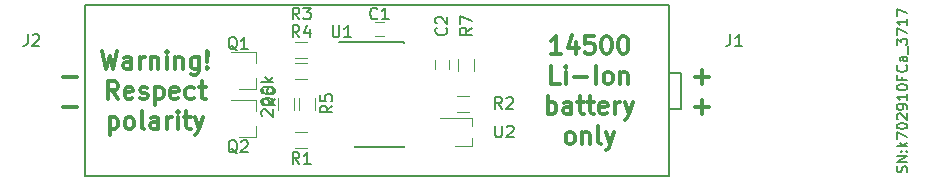
<source format=gto>
G04 #@! TF.FileFunction,Legend,Top*
%FSLAX46Y46*%
G04 Gerber Fmt 4.6, Leading zero omitted, Abs format (unit mm)*
G04 Created by KiCad (PCBNEW 4.0.7-e2-6376~58~ubuntu16.04.1) date Tue Sep 12 22:43:55 2017*
%MOMM*%
%LPD*%
G01*
G04 APERTURE LIST*
%ADD10C,0.100000*%
%ADD11C,0.300000*%
%ADD12C,0.203200*%
%ADD13C,0.200000*%
%ADD14C,0.120000*%
%ADD15C,0.150000*%
G04 APERTURE END LIST*
D10*
D11*
X117214286Y-90628571D02*
X117571429Y-92128571D01*
X117857143Y-91057143D01*
X118142857Y-92128571D01*
X118500000Y-90628571D01*
X119714286Y-92128571D02*
X119714286Y-91342857D01*
X119642857Y-91200000D01*
X119500000Y-91128571D01*
X119214286Y-91128571D01*
X119071429Y-91200000D01*
X119714286Y-92057143D02*
X119571429Y-92128571D01*
X119214286Y-92128571D01*
X119071429Y-92057143D01*
X119000000Y-91914286D01*
X119000000Y-91771429D01*
X119071429Y-91628571D01*
X119214286Y-91557143D01*
X119571429Y-91557143D01*
X119714286Y-91485714D01*
X120428572Y-92128571D02*
X120428572Y-91128571D01*
X120428572Y-91414286D02*
X120500000Y-91271429D01*
X120571429Y-91200000D01*
X120714286Y-91128571D01*
X120857143Y-91128571D01*
X121357143Y-91128571D02*
X121357143Y-92128571D01*
X121357143Y-91271429D02*
X121428571Y-91200000D01*
X121571429Y-91128571D01*
X121785714Y-91128571D01*
X121928571Y-91200000D01*
X122000000Y-91342857D01*
X122000000Y-92128571D01*
X122714286Y-92128571D02*
X122714286Y-91128571D01*
X122714286Y-90628571D02*
X122642857Y-90700000D01*
X122714286Y-90771429D01*
X122785714Y-90700000D01*
X122714286Y-90628571D01*
X122714286Y-90771429D01*
X123428572Y-91128571D02*
X123428572Y-92128571D01*
X123428572Y-91271429D02*
X123500000Y-91200000D01*
X123642858Y-91128571D01*
X123857143Y-91128571D01*
X124000000Y-91200000D01*
X124071429Y-91342857D01*
X124071429Y-92128571D01*
X125428572Y-91128571D02*
X125428572Y-92342857D01*
X125357143Y-92485714D01*
X125285715Y-92557143D01*
X125142858Y-92628571D01*
X124928572Y-92628571D01*
X124785715Y-92557143D01*
X125428572Y-92057143D02*
X125285715Y-92128571D01*
X125000001Y-92128571D01*
X124857143Y-92057143D01*
X124785715Y-91985714D01*
X124714286Y-91842857D01*
X124714286Y-91414286D01*
X124785715Y-91271429D01*
X124857143Y-91200000D01*
X125000001Y-91128571D01*
X125285715Y-91128571D01*
X125428572Y-91200000D01*
X126142858Y-91985714D02*
X126214286Y-92057143D01*
X126142858Y-92128571D01*
X126071429Y-92057143D01*
X126142858Y-91985714D01*
X126142858Y-92128571D01*
X126142858Y-91557143D02*
X126071429Y-90700000D01*
X126142858Y-90628571D01*
X126214286Y-90700000D01*
X126142858Y-91557143D01*
X126142858Y-90628571D01*
X118571429Y-94678571D02*
X118071429Y-93964286D01*
X117714286Y-94678571D02*
X117714286Y-93178571D01*
X118285714Y-93178571D01*
X118428572Y-93250000D01*
X118500000Y-93321429D01*
X118571429Y-93464286D01*
X118571429Y-93678571D01*
X118500000Y-93821429D01*
X118428572Y-93892857D01*
X118285714Y-93964286D01*
X117714286Y-93964286D01*
X119785714Y-94607143D02*
X119642857Y-94678571D01*
X119357143Y-94678571D01*
X119214286Y-94607143D01*
X119142857Y-94464286D01*
X119142857Y-93892857D01*
X119214286Y-93750000D01*
X119357143Y-93678571D01*
X119642857Y-93678571D01*
X119785714Y-93750000D01*
X119857143Y-93892857D01*
X119857143Y-94035714D01*
X119142857Y-94178571D01*
X120428571Y-94607143D02*
X120571428Y-94678571D01*
X120857143Y-94678571D01*
X121000000Y-94607143D01*
X121071428Y-94464286D01*
X121071428Y-94392857D01*
X121000000Y-94250000D01*
X120857143Y-94178571D01*
X120642857Y-94178571D01*
X120500000Y-94107143D01*
X120428571Y-93964286D01*
X120428571Y-93892857D01*
X120500000Y-93750000D01*
X120642857Y-93678571D01*
X120857143Y-93678571D01*
X121000000Y-93750000D01*
X121714286Y-93678571D02*
X121714286Y-95178571D01*
X121714286Y-93750000D02*
X121857143Y-93678571D01*
X122142857Y-93678571D01*
X122285714Y-93750000D01*
X122357143Y-93821429D01*
X122428572Y-93964286D01*
X122428572Y-94392857D01*
X122357143Y-94535714D01*
X122285714Y-94607143D01*
X122142857Y-94678571D01*
X121857143Y-94678571D01*
X121714286Y-94607143D01*
X123642857Y-94607143D02*
X123500000Y-94678571D01*
X123214286Y-94678571D01*
X123071429Y-94607143D01*
X123000000Y-94464286D01*
X123000000Y-93892857D01*
X123071429Y-93750000D01*
X123214286Y-93678571D01*
X123500000Y-93678571D01*
X123642857Y-93750000D01*
X123714286Y-93892857D01*
X123714286Y-94035714D01*
X123000000Y-94178571D01*
X125000000Y-94607143D02*
X124857143Y-94678571D01*
X124571429Y-94678571D01*
X124428571Y-94607143D01*
X124357143Y-94535714D01*
X124285714Y-94392857D01*
X124285714Y-93964286D01*
X124357143Y-93821429D01*
X124428571Y-93750000D01*
X124571429Y-93678571D01*
X124857143Y-93678571D01*
X125000000Y-93750000D01*
X125428571Y-93678571D02*
X126000000Y-93678571D01*
X125642857Y-93178571D02*
X125642857Y-94464286D01*
X125714285Y-94607143D01*
X125857143Y-94678571D01*
X126000000Y-94678571D01*
X117857143Y-96228571D02*
X117857143Y-97728571D01*
X117857143Y-96300000D02*
X118000000Y-96228571D01*
X118285714Y-96228571D01*
X118428571Y-96300000D01*
X118500000Y-96371429D01*
X118571429Y-96514286D01*
X118571429Y-96942857D01*
X118500000Y-97085714D01*
X118428571Y-97157143D01*
X118285714Y-97228571D01*
X118000000Y-97228571D01*
X117857143Y-97157143D01*
X119428572Y-97228571D02*
X119285714Y-97157143D01*
X119214286Y-97085714D01*
X119142857Y-96942857D01*
X119142857Y-96514286D01*
X119214286Y-96371429D01*
X119285714Y-96300000D01*
X119428572Y-96228571D01*
X119642857Y-96228571D01*
X119785714Y-96300000D01*
X119857143Y-96371429D01*
X119928572Y-96514286D01*
X119928572Y-96942857D01*
X119857143Y-97085714D01*
X119785714Y-97157143D01*
X119642857Y-97228571D01*
X119428572Y-97228571D01*
X120785715Y-97228571D02*
X120642857Y-97157143D01*
X120571429Y-97014286D01*
X120571429Y-95728571D01*
X122000000Y-97228571D02*
X122000000Y-96442857D01*
X121928571Y-96300000D01*
X121785714Y-96228571D01*
X121500000Y-96228571D01*
X121357143Y-96300000D01*
X122000000Y-97157143D02*
X121857143Y-97228571D01*
X121500000Y-97228571D01*
X121357143Y-97157143D01*
X121285714Y-97014286D01*
X121285714Y-96871429D01*
X121357143Y-96728571D01*
X121500000Y-96657143D01*
X121857143Y-96657143D01*
X122000000Y-96585714D01*
X122714286Y-97228571D02*
X122714286Y-96228571D01*
X122714286Y-96514286D02*
X122785714Y-96371429D01*
X122857143Y-96300000D01*
X123000000Y-96228571D01*
X123142857Y-96228571D01*
X123642857Y-97228571D02*
X123642857Y-96228571D01*
X123642857Y-95728571D02*
X123571428Y-95800000D01*
X123642857Y-95871429D01*
X123714285Y-95800000D01*
X123642857Y-95728571D01*
X123642857Y-95871429D01*
X124142857Y-96228571D02*
X124714286Y-96228571D01*
X124357143Y-95728571D02*
X124357143Y-97014286D01*
X124428571Y-97157143D01*
X124571429Y-97228571D01*
X124714286Y-97228571D01*
X125071429Y-96228571D02*
X125428572Y-97228571D01*
X125785714Y-96228571D02*
X125428572Y-97228571D01*
X125285714Y-97585714D01*
X125214286Y-97657143D01*
X125071429Y-97728571D01*
D12*
X185349552Y-100888237D02*
X185390676Y-100764865D01*
X185390676Y-100559246D01*
X185349552Y-100476999D01*
X185308429Y-100435875D01*
X185226181Y-100394751D01*
X185143933Y-100394751D01*
X185061686Y-100435875D01*
X185020562Y-100476999D01*
X184979438Y-100559246D01*
X184938314Y-100723742D01*
X184897190Y-100805989D01*
X184856067Y-100847113D01*
X184773819Y-100888237D01*
X184691571Y-100888237D01*
X184609324Y-100847113D01*
X184568200Y-100805989D01*
X184527076Y-100723742D01*
X184527076Y-100518122D01*
X184568200Y-100394751D01*
X185390676Y-100024637D02*
X184527076Y-100024637D01*
X185390676Y-99531151D01*
X184527076Y-99531151D01*
X185308429Y-99119913D02*
X185349552Y-99078789D01*
X185390676Y-99119913D01*
X185349552Y-99161037D01*
X185308429Y-99119913D01*
X185390676Y-99119913D01*
X184856067Y-99119913D02*
X184897190Y-99078789D01*
X184938314Y-99119913D01*
X184897190Y-99161037D01*
X184856067Y-99119913D01*
X184938314Y-99119913D01*
X185390676Y-98708675D02*
X184527076Y-98708675D01*
X185061686Y-98626427D02*
X185390676Y-98379684D01*
X184814943Y-98379684D02*
X185143933Y-98708675D01*
X184527076Y-98091818D02*
X184527076Y-97516084D01*
X185390676Y-97886199D01*
X184527076Y-97022599D02*
X184527076Y-96940351D01*
X184568200Y-96858103D01*
X184609324Y-96816980D01*
X184691571Y-96775856D01*
X184856067Y-96734732D01*
X185061686Y-96734732D01*
X185226181Y-96775856D01*
X185308429Y-96816980D01*
X185349552Y-96858103D01*
X185390676Y-96940351D01*
X185390676Y-97022599D01*
X185349552Y-97104846D01*
X185308429Y-97145970D01*
X185226181Y-97187094D01*
X185061686Y-97228218D01*
X184856067Y-97228218D01*
X184691571Y-97187094D01*
X184609324Y-97145970D01*
X184568200Y-97104846D01*
X184527076Y-97022599D01*
X184609324Y-96405742D02*
X184568200Y-96364618D01*
X184527076Y-96282370D01*
X184527076Y-96076751D01*
X184568200Y-95994504D01*
X184609324Y-95953380D01*
X184691571Y-95912256D01*
X184773819Y-95912256D01*
X184897190Y-95953380D01*
X185390676Y-96446866D01*
X185390676Y-95912256D01*
X185390676Y-95501018D02*
X185390676Y-95336523D01*
X185349552Y-95254275D01*
X185308429Y-95213151D01*
X185185057Y-95130904D01*
X185020562Y-95089780D01*
X184691571Y-95089780D01*
X184609324Y-95130904D01*
X184568200Y-95172028D01*
X184527076Y-95254275D01*
X184527076Y-95418771D01*
X184568200Y-95501018D01*
X184609324Y-95542142D01*
X184691571Y-95583266D01*
X184897190Y-95583266D01*
X184979438Y-95542142D01*
X185020562Y-95501018D01*
X185061686Y-95418771D01*
X185061686Y-95254275D01*
X185020562Y-95172028D01*
X184979438Y-95130904D01*
X184897190Y-95089780D01*
X185390676Y-94267304D02*
X185390676Y-94760790D01*
X185390676Y-94514047D02*
X184527076Y-94514047D01*
X184650448Y-94596295D01*
X184732695Y-94678542D01*
X184773819Y-94760790D01*
X184527076Y-93732695D02*
X184527076Y-93650447D01*
X184568200Y-93568199D01*
X184609324Y-93527076D01*
X184691571Y-93485952D01*
X184856067Y-93444828D01*
X185061686Y-93444828D01*
X185226181Y-93485952D01*
X185308429Y-93527076D01*
X185349552Y-93568199D01*
X185390676Y-93650447D01*
X185390676Y-93732695D01*
X185349552Y-93814942D01*
X185308429Y-93856066D01*
X185226181Y-93897190D01*
X185061686Y-93938314D01*
X184856067Y-93938314D01*
X184691571Y-93897190D01*
X184609324Y-93856066D01*
X184568200Y-93814942D01*
X184527076Y-93732695D01*
X184938314Y-92786847D02*
X184938314Y-93074714D01*
X185390676Y-93074714D02*
X184527076Y-93074714D01*
X184527076Y-92663476D01*
X185308429Y-91840999D02*
X185349552Y-91882123D01*
X185390676Y-92005494D01*
X185390676Y-92087742D01*
X185349552Y-92211114D01*
X185267305Y-92293361D01*
X185185057Y-92334485D01*
X185020562Y-92375609D01*
X184897190Y-92375609D01*
X184732695Y-92334485D01*
X184650448Y-92293361D01*
X184568200Y-92211114D01*
X184527076Y-92087742D01*
X184527076Y-92005494D01*
X184568200Y-91882123D01*
X184609324Y-91840999D01*
X185390676Y-91100771D02*
X184938314Y-91100771D01*
X184856067Y-91141894D01*
X184814943Y-91224142D01*
X184814943Y-91388637D01*
X184856067Y-91470885D01*
X185349552Y-91100771D02*
X185390676Y-91183018D01*
X185390676Y-91388637D01*
X185349552Y-91470885D01*
X185267305Y-91512009D01*
X185185057Y-91512009D01*
X185102810Y-91470885D01*
X185061686Y-91388637D01*
X185061686Y-91183018D01*
X185020562Y-91100771D01*
X185472924Y-90895152D02*
X185472924Y-90237171D01*
X184527076Y-90113800D02*
X184527076Y-89579190D01*
X184856067Y-89867057D01*
X184856067Y-89743685D01*
X184897190Y-89661438D01*
X184938314Y-89620314D01*
X185020562Y-89579190D01*
X185226181Y-89579190D01*
X185308429Y-89620314D01*
X185349552Y-89661438D01*
X185390676Y-89743685D01*
X185390676Y-89990428D01*
X185349552Y-90072676D01*
X185308429Y-90113800D01*
X184527076Y-89291324D02*
X184527076Y-88715590D01*
X185390676Y-89085705D01*
X185390676Y-87934238D02*
X185390676Y-88427724D01*
X185390676Y-88180981D02*
X184527076Y-88180981D01*
X184650448Y-88263229D01*
X184732695Y-88345476D01*
X184773819Y-88427724D01*
X184527076Y-87646372D02*
X184527076Y-87070638D01*
X185390676Y-87440753D01*
D13*
X166250000Y-95500000D02*
X165250000Y-95500000D01*
X166250000Y-92500000D02*
X166250000Y-95500000D01*
X165250000Y-92500000D02*
X166250000Y-92500000D01*
X165250000Y-86750000D02*
X165250000Y-101250000D01*
D11*
X167428572Y-92832143D02*
X168571429Y-92832143D01*
X168000000Y-93403571D02*
X168000000Y-92260714D01*
X167428572Y-95382143D02*
X168571429Y-95382143D01*
X168000000Y-95953571D02*
X168000000Y-94810714D01*
X113928572Y-92832143D02*
X115071429Y-92832143D01*
X113928572Y-95382143D02*
X115071429Y-95382143D01*
X156071430Y-90853571D02*
X155214287Y-90853571D01*
X155642859Y-90853571D02*
X155642859Y-89353571D01*
X155500002Y-89567857D01*
X155357144Y-89710714D01*
X155214287Y-89782143D01*
X157357144Y-89853571D02*
X157357144Y-90853571D01*
X157000001Y-89282143D02*
X156642858Y-90353571D01*
X157571430Y-90353571D01*
X158857144Y-89353571D02*
X158142858Y-89353571D01*
X158071429Y-90067857D01*
X158142858Y-89996429D01*
X158285715Y-89925000D01*
X158642858Y-89925000D01*
X158785715Y-89996429D01*
X158857144Y-90067857D01*
X158928572Y-90210714D01*
X158928572Y-90567857D01*
X158857144Y-90710714D01*
X158785715Y-90782143D01*
X158642858Y-90853571D01*
X158285715Y-90853571D01*
X158142858Y-90782143D01*
X158071429Y-90710714D01*
X159857143Y-89353571D02*
X160000000Y-89353571D01*
X160142857Y-89425000D01*
X160214286Y-89496429D01*
X160285715Y-89639286D01*
X160357143Y-89925000D01*
X160357143Y-90282143D01*
X160285715Y-90567857D01*
X160214286Y-90710714D01*
X160142857Y-90782143D01*
X160000000Y-90853571D01*
X159857143Y-90853571D01*
X159714286Y-90782143D01*
X159642857Y-90710714D01*
X159571429Y-90567857D01*
X159500000Y-90282143D01*
X159500000Y-89925000D01*
X159571429Y-89639286D01*
X159642857Y-89496429D01*
X159714286Y-89425000D01*
X159857143Y-89353571D01*
X161285714Y-89353571D02*
X161428571Y-89353571D01*
X161571428Y-89425000D01*
X161642857Y-89496429D01*
X161714286Y-89639286D01*
X161785714Y-89925000D01*
X161785714Y-90282143D01*
X161714286Y-90567857D01*
X161642857Y-90710714D01*
X161571428Y-90782143D01*
X161428571Y-90853571D01*
X161285714Y-90853571D01*
X161142857Y-90782143D01*
X161071428Y-90710714D01*
X161000000Y-90567857D01*
X160928571Y-90282143D01*
X160928571Y-89925000D01*
X161000000Y-89639286D01*
X161071428Y-89496429D01*
X161142857Y-89425000D01*
X161285714Y-89353571D01*
X155964286Y-93403571D02*
X155250000Y-93403571D01*
X155250000Y-91903571D01*
X156464286Y-93403571D02*
X156464286Y-92403571D01*
X156464286Y-91903571D02*
X156392857Y-91975000D01*
X156464286Y-92046429D01*
X156535714Y-91975000D01*
X156464286Y-91903571D01*
X156464286Y-92046429D01*
X157178572Y-92832143D02*
X158321429Y-92832143D01*
X159035715Y-93403571D02*
X159035715Y-91903571D01*
X159964287Y-93403571D02*
X159821429Y-93332143D01*
X159750001Y-93260714D01*
X159678572Y-93117857D01*
X159678572Y-92689286D01*
X159750001Y-92546429D01*
X159821429Y-92475000D01*
X159964287Y-92403571D01*
X160178572Y-92403571D01*
X160321429Y-92475000D01*
X160392858Y-92546429D01*
X160464287Y-92689286D01*
X160464287Y-93117857D01*
X160392858Y-93260714D01*
X160321429Y-93332143D01*
X160178572Y-93403571D01*
X159964287Y-93403571D01*
X161107144Y-92403571D02*
X161107144Y-93403571D01*
X161107144Y-92546429D02*
X161178572Y-92475000D01*
X161321430Y-92403571D01*
X161535715Y-92403571D01*
X161678572Y-92475000D01*
X161750001Y-92617857D01*
X161750001Y-93403571D01*
X154964286Y-95953571D02*
X154964286Y-94453571D01*
X154964286Y-95025000D02*
X155107143Y-94953571D01*
X155392857Y-94953571D01*
X155535714Y-95025000D01*
X155607143Y-95096429D01*
X155678572Y-95239286D01*
X155678572Y-95667857D01*
X155607143Y-95810714D01*
X155535714Y-95882143D01*
X155392857Y-95953571D01*
X155107143Y-95953571D01*
X154964286Y-95882143D01*
X156964286Y-95953571D02*
X156964286Y-95167857D01*
X156892857Y-95025000D01*
X156750000Y-94953571D01*
X156464286Y-94953571D01*
X156321429Y-95025000D01*
X156964286Y-95882143D02*
X156821429Y-95953571D01*
X156464286Y-95953571D01*
X156321429Y-95882143D01*
X156250000Y-95739286D01*
X156250000Y-95596429D01*
X156321429Y-95453571D01*
X156464286Y-95382143D01*
X156821429Y-95382143D01*
X156964286Y-95310714D01*
X157464286Y-94953571D02*
X158035715Y-94953571D01*
X157678572Y-94453571D02*
X157678572Y-95739286D01*
X157750000Y-95882143D01*
X157892858Y-95953571D01*
X158035715Y-95953571D01*
X158321429Y-94953571D02*
X158892858Y-94953571D01*
X158535715Y-94453571D02*
X158535715Y-95739286D01*
X158607143Y-95882143D01*
X158750001Y-95953571D01*
X158892858Y-95953571D01*
X159964286Y-95882143D02*
X159821429Y-95953571D01*
X159535715Y-95953571D01*
X159392858Y-95882143D01*
X159321429Y-95739286D01*
X159321429Y-95167857D01*
X159392858Y-95025000D01*
X159535715Y-94953571D01*
X159821429Y-94953571D01*
X159964286Y-95025000D01*
X160035715Y-95167857D01*
X160035715Y-95310714D01*
X159321429Y-95453571D01*
X160678572Y-95953571D02*
X160678572Y-94953571D01*
X160678572Y-95239286D02*
X160750000Y-95096429D01*
X160821429Y-95025000D01*
X160964286Y-94953571D01*
X161107143Y-94953571D01*
X161464286Y-94953571D02*
X161821429Y-95953571D01*
X162178571Y-94953571D02*
X161821429Y-95953571D01*
X161678571Y-96310714D01*
X161607143Y-96382143D01*
X161464286Y-96453571D01*
X156750001Y-98503571D02*
X156607143Y-98432143D01*
X156535715Y-98360714D01*
X156464286Y-98217857D01*
X156464286Y-97789286D01*
X156535715Y-97646429D01*
X156607143Y-97575000D01*
X156750001Y-97503571D01*
X156964286Y-97503571D01*
X157107143Y-97575000D01*
X157178572Y-97646429D01*
X157250001Y-97789286D01*
X157250001Y-98217857D01*
X157178572Y-98360714D01*
X157107143Y-98432143D01*
X156964286Y-98503571D01*
X156750001Y-98503571D01*
X157892858Y-97503571D02*
X157892858Y-98503571D01*
X157892858Y-97646429D02*
X157964286Y-97575000D01*
X158107144Y-97503571D01*
X158321429Y-97503571D01*
X158464286Y-97575000D01*
X158535715Y-97717857D01*
X158535715Y-98503571D01*
X159464287Y-98503571D02*
X159321429Y-98432143D01*
X159250001Y-98289286D01*
X159250001Y-97003571D01*
X159892858Y-97503571D02*
X160250001Y-98503571D01*
X160607143Y-97503571D02*
X160250001Y-98503571D01*
X160107143Y-98860714D01*
X160035715Y-98932143D01*
X159892858Y-99003571D01*
D13*
X115750000Y-101250000D02*
X165250000Y-101250000D01*
X115750000Y-86750000D02*
X165250000Y-86750000D01*
X115750000Y-101250000D02*
X115750000Y-86750000D01*
D14*
X141054000Y-89332000D02*
X140354000Y-89332000D01*
X140354000Y-88132000D02*
X141054000Y-88132000D01*
X146638000Y-91430000D02*
X146638000Y-92130000D01*
X145438000Y-92130000D02*
X145438000Y-91430000D01*
X148316000Y-95762000D02*
X147316000Y-95762000D01*
X147316000Y-94402000D02*
X148316000Y-94402000D01*
D15*
X138629000Y-89870000D02*
X138629000Y-89895000D01*
X142779000Y-89870000D02*
X142779000Y-89985000D01*
X142779000Y-98770000D02*
X142779000Y-98655000D01*
X138629000Y-98770000D02*
X138629000Y-98655000D01*
X138629000Y-89870000D02*
X142779000Y-89870000D01*
X138629000Y-98770000D02*
X142779000Y-98770000D01*
X138629000Y-89895000D02*
X137254000Y-89895000D01*
D14*
X148750000Y-91280000D02*
X148750000Y-92280000D01*
X147390000Y-92280000D02*
X147390000Y-91280000D01*
X148551000Y-97995000D02*
X148551000Y-98655000D01*
X148551000Y-96325000D02*
X148551000Y-96995000D01*
X148551000Y-96335000D02*
X145816000Y-96335000D01*
X147141000Y-98655000D02*
X148551000Y-98655000D01*
X130288000Y-93868000D02*
X130288000Y-92938000D01*
X130288000Y-90708000D02*
X130288000Y-91638000D01*
X130288000Y-90708000D02*
X128128000Y-90708000D01*
X130288000Y-93868000D02*
X128828000Y-93868000D01*
X130288000Y-97932000D02*
X130288000Y-97002000D01*
X130288000Y-94772000D02*
X130288000Y-95702000D01*
X130288000Y-94772000D02*
X128128000Y-94772000D01*
X130288000Y-97932000D02*
X128828000Y-97932000D01*
X134600000Y-91190000D02*
X133600000Y-91190000D01*
X133600000Y-89830000D02*
X134600000Y-89830000D01*
X134600000Y-92968000D02*
X133600000Y-92968000D01*
X133600000Y-91608000D02*
X134600000Y-91608000D01*
X135288000Y-94582000D02*
X135288000Y-95582000D01*
X133928000Y-95582000D02*
X133928000Y-94582000D01*
X133510000Y-94582000D02*
X133510000Y-95582000D01*
X132150000Y-95582000D02*
X132150000Y-94582000D01*
X133600000Y-97450000D02*
X134600000Y-97450000D01*
X134600000Y-98810000D02*
X133600000Y-98810000D01*
D15*
X170416667Y-89202381D02*
X170416667Y-89916667D01*
X170369047Y-90059524D01*
X170273809Y-90154762D01*
X170130952Y-90202381D01*
X170035714Y-90202381D01*
X171416667Y-90202381D02*
X170845238Y-90202381D01*
X171130952Y-90202381D02*
X171130952Y-89202381D01*
X171035714Y-89345238D01*
X170940476Y-89440476D01*
X170845238Y-89488095D01*
X110916667Y-89202381D02*
X110916667Y-89916667D01*
X110869047Y-90059524D01*
X110773809Y-90154762D01*
X110630952Y-90202381D01*
X110535714Y-90202381D01*
X111345238Y-89297619D02*
X111392857Y-89250000D01*
X111488095Y-89202381D01*
X111726191Y-89202381D01*
X111821429Y-89250000D01*
X111869048Y-89297619D01*
X111916667Y-89392857D01*
X111916667Y-89488095D01*
X111869048Y-89630952D01*
X111297619Y-90202381D01*
X111916667Y-90202381D01*
X140537334Y-87857143D02*
X140489715Y-87904762D01*
X140346858Y-87952381D01*
X140251620Y-87952381D01*
X140108762Y-87904762D01*
X140013524Y-87809524D01*
X139965905Y-87714286D01*
X139918286Y-87523810D01*
X139918286Y-87380952D01*
X139965905Y-87190476D01*
X140013524Y-87095238D01*
X140108762Y-87000000D01*
X140251620Y-86952381D01*
X140346858Y-86952381D01*
X140489715Y-87000000D01*
X140537334Y-87047619D01*
X141489715Y-87952381D02*
X140918286Y-87952381D01*
X141204000Y-87952381D02*
X141204000Y-86952381D01*
X141108762Y-87095238D01*
X141013524Y-87190476D01*
X140918286Y-87238095D01*
X146357143Y-88666666D02*
X146404762Y-88714285D01*
X146452381Y-88857142D01*
X146452381Y-88952380D01*
X146404762Y-89095238D01*
X146309524Y-89190476D01*
X146214286Y-89238095D01*
X146023810Y-89285714D01*
X145880952Y-89285714D01*
X145690476Y-89238095D01*
X145595238Y-89190476D01*
X145500000Y-89095238D01*
X145452381Y-88952380D01*
X145452381Y-88857142D01*
X145500000Y-88714285D01*
X145547619Y-88666666D01*
X145547619Y-88285714D02*
X145500000Y-88238095D01*
X145452381Y-88142857D01*
X145452381Y-87904761D01*
X145500000Y-87809523D01*
X145547619Y-87761904D01*
X145642857Y-87714285D01*
X145738095Y-87714285D01*
X145880952Y-87761904D01*
X146452381Y-88333333D01*
X146452381Y-87714285D01*
X151083334Y-95534381D02*
X150750000Y-95058190D01*
X150511905Y-95534381D02*
X150511905Y-94534381D01*
X150892858Y-94534381D01*
X150988096Y-94582000D01*
X151035715Y-94629619D01*
X151083334Y-94724857D01*
X151083334Y-94867714D01*
X151035715Y-94962952D01*
X150988096Y-95010571D01*
X150892858Y-95058190D01*
X150511905Y-95058190D01*
X151464286Y-94629619D02*
X151511905Y-94582000D01*
X151607143Y-94534381D01*
X151845239Y-94534381D01*
X151940477Y-94582000D01*
X151988096Y-94629619D01*
X152035715Y-94724857D01*
X152035715Y-94820095D01*
X151988096Y-94962952D01*
X151416667Y-95534381D01*
X152035715Y-95534381D01*
X136738095Y-88452381D02*
X136738095Y-89261905D01*
X136785714Y-89357143D01*
X136833333Y-89404762D01*
X136928571Y-89452381D01*
X137119048Y-89452381D01*
X137214286Y-89404762D01*
X137261905Y-89357143D01*
X137309524Y-89261905D01*
X137309524Y-88452381D01*
X138309524Y-89452381D02*
X137738095Y-89452381D01*
X138023809Y-89452381D02*
X138023809Y-88452381D01*
X137928571Y-88595238D01*
X137833333Y-88690476D01*
X137738095Y-88738095D01*
X148522381Y-88666666D02*
X148046190Y-89000000D01*
X148522381Y-89238095D02*
X147522381Y-89238095D01*
X147522381Y-88857142D01*
X147570000Y-88761904D01*
X147617619Y-88714285D01*
X147712857Y-88666666D01*
X147855714Y-88666666D01*
X147950952Y-88714285D01*
X147998571Y-88761904D01*
X148046190Y-88857142D01*
X148046190Y-89238095D01*
X147522381Y-88333333D02*
X147522381Y-87666666D01*
X148522381Y-88095238D01*
X150488095Y-96947381D02*
X150488095Y-97756905D01*
X150535714Y-97852143D01*
X150583333Y-97899762D01*
X150678571Y-97947381D01*
X150869048Y-97947381D01*
X150964286Y-97899762D01*
X151011905Y-97852143D01*
X151059524Y-97756905D01*
X151059524Y-96947381D01*
X151488095Y-97042619D02*
X151535714Y-96995000D01*
X151630952Y-96947381D01*
X151869048Y-96947381D01*
X151964286Y-96995000D01*
X152011905Y-97042619D01*
X152059524Y-97137857D01*
X152059524Y-97233095D01*
X152011905Y-97375952D01*
X151440476Y-97947381D01*
X152059524Y-97947381D01*
X128654762Y-90547619D02*
X128559524Y-90500000D01*
X128464286Y-90404762D01*
X128321429Y-90261905D01*
X128226190Y-90214286D01*
X128130952Y-90214286D01*
X128178571Y-90452381D02*
X128083333Y-90404762D01*
X127988095Y-90309524D01*
X127940476Y-90119048D01*
X127940476Y-89785714D01*
X127988095Y-89595238D01*
X128083333Y-89500000D01*
X128178571Y-89452381D01*
X128369048Y-89452381D01*
X128464286Y-89500000D01*
X128559524Y-89595238D01*
X128607143Y-89785714D01*
X128607143Y-90119048D01*
X128559524Y-90309524D01*
X128464286Y-90404762D01*
X128369048Y-90452381D01*
X128178571Y-90452381D01*
X129559524Y-90452381D02*
X128988095Y-90452381D01*
X129273809Y-90452381D02*
X129273809Y-89452381D01*
X129178571Y-89595238D01*
X129083333Y-89690476D01*
X128988095Y-89738095D01*
X128654762Y-99297619D02*
X128559524Y-99250000D01*
X128464286Y-99154762D01*
X128321429Y-99011905D01*
X128226190Y-98964286D01*
X128130952Y-98964286D01*
X128178571Y-99202381D02*
X128083333Y-99154762D01*
X127988095Y-99059524D01*
X127940476Y-98869048D01*
X127940476Y-98535714D01*
X127988095Y-98345238D01*
X128083333Y-98250000D01*
X128178571Y-98202381D01*
X128369048Y-98202381D01*
X128464286Y-98250000D01*
X128559524Y-98345238D01*
X128607143Y-98535714D01*
X128607143Y-98869048D01*
X128559524Y-99059524D01*
X128464286Y-99154762D01*
X128369048Y-99202381D01*
X128178571Y-99202381D01*
X128988095Y-98297619D02*
X129035714Y-98250000D01*
X129130952Y-98202381D01*
X129369048Y-98202381D01*
X129464286Y-98250000D01*
X129511905Y-98297619D01*
X129559524Y-98392857D01*
X129559524Y-98488095D01*
X129511905Y-98630952D01*
X128940476Y-99202381D01*
X129559524Y-99202381D01*
X133933334Y-87952381D02*
X133600000Y-87476190D01*
X133361905Y-87952381D02*
X133361905Y-86952381D01*
X133742858Y-86952381D01*
X133838096Y-87000000D01*
X133885715Y-87047619D01*
X133933334Y-87142857D01*
X133933334Y-87285714D01*
X133885715Y-87380952D01*
X133838096Y-87428571D01*
X133742858Y-87476190D01*
X133361905Y-87476190D01*
X134266667Y-86952381D02*
X134885715Y-86952381D01*
X134552381Y-87333333D01*
X134695239Y-87333333D01*
X134790477Y-87380952D01*
X134838096Y-87428571D01*
X134885715Y-87523810D01*
X134885715Y-87761905D01*
X134838096Y-87857143D01*
X134790477Y-87904762D01*
X134695239Y-87952381D01*
X134409524Y-87952381D01*
X134314286Y-87904762D01*
X134266667Y-87857143D01*
X133933334Y-89452381D02*
X133600000Y-88976190D01*
X133361905Y-89452381D02*
X133361905Y-88452381D01*
X133742858Y-88452381D01*
X133838096Y-88500000D01*
X133885715Y-88547619D01*
X133933334Y-88642857D01*
X133933334Y-88785714D01*
X133885715Y-88880952D01*
X133838096Y-88928571D01*
X133742858Y-88976190D01*
X133361905Y-88976190D01*
X134790477Y-88785714D02*
X134790477Y-89452381D01*
X134552381Y-88404762D02*
X134314286Y-89119048D01*
X134933334Y-89119048D01*
X136702381Y-95248666D02*
X136226190Y-95582000D01*
X136702381Y-95820095D02*
X135702381Y-95820095D01*
X135702381Y-95439142D01*
X135750000Y-95343904D01*
X135797619Y-95296285D01*
X135892857Y-95248666D01*
X136035714Y-95248666D01*
X136130952Y-95296285D01*
X136178571Y-95343904D01*
X136226190Y-95439142D01*
X136226190Y-95820095D01*
X135702381Y-94343904D02*
X135702381Y-94820095D01*
X136178571Y-94867714D01*
X136130952Y-94820095D01*
X136083333Y-94724857D01*
X136083333Y-94486761D01*
X136130952Y-94391523D01*
X136178571Y-94343904D01*
X136273810Y-94296285D01*
X136511905Y-94296285D01*
X136607143Y-94343904D01*
X136654762Y-94391523D01*
X136702381Y-94486761D01*
X136702381Y-94724857D01*
X136654762Y-94820095D01*
X136607143Y-94867714D01*
X131832381Y-94666666D02*
X131356190Y-95000000D01*
X131832381Y-95238095D02*
X130832381Y-95238095D01*
X130832381Y-94857142D01*
X130880000Y-94761904D01*
X130927619Y-94714285D01*
X131022857Y-94666666D01*
X131165714Y-94666666D01*
X131260952Y-94714285D01*
X131308571Y-94761904D01*
X131356190Y-94857142D01*
X131356190Y-95238095D01*
X130832381Y-93809523D02*
X130832381Y-94000000D01*
X130880000Y-94095238D01*
X130927619Y-94142857D01*
X131070476Y-94238095D01*
X131260952Y-94285714D01*
X131641905Y-94285714D01*
X131737143Y-94238095D01*
X131784762Y-94190476D01*
X131832381Y-94095238D01*
X131832381Y-93904761D01*
X131784762Y-93809523D01*
X131737143Y-93761904D01*
X131641905Y-93714285D01*
X131403810Y-93714285D01*
X131308571Y-93761904D01*
X131260952Y-93809523D01*
X131213333Y-93904761D01*
X131213333Y-94095238D01*
X131260952Y-94190476D01*
X131308571Y-94238095D01*
X131403810Y-94285714D01*
X130797619Y-96142857D02*
X130750000Y-96095238D01*
X130702381Y-96000000D01*
X130702381Y-95761904D01*
X130750000Y-95666666D01*
X130797619Y-95619047D01*
X130892857Y-95571428D01*
X130988095Y-95571428D01*
X131130952Y-95619047D01*
X131702381Y-96190476D01*
X131702381Y-95571428D01*
X130702381Y-94952381D02*
X130702381Y-94857142D01*
X130750000Y-94761904D01*
X130797619Y-94714285D01*
X130892857Y-94666666D01*
X131083333Y-94619047D01*
X131321429Y-94619047D01*
X131511905Y-94666666D01*
X131607143Y-94714285D01*
X131654762Y-94761904D01*
X131702381Y-94857142D01*
X131702381Y-94952381D01*
X131654762Y-95047619D01*
X131607143Y-95095238D01*
X131511905Y-95142857D01*
X131321429Y-95190476D01*
X131083333Y-95190476D01*
X130892857Y-95142857D01*
X130797619Y-95095238D01*
X130750000Y-95047619D01*
X130702381Y-94952381D01*
X130702381Y-94000000D02*
X130702381Y-93904761D01*
X130750000Y-93809523D01*
X130797619Y-93761904D01*
X130892857Y-93714285D01*
X131083333Y-93666666D01*
X131321429Y-93666666D01*
X131511905Y-93714285D01*
X131607143Y-93761904D01*
X131654762Y-93809523D01*
X131702381Y-93904761D01*
X131702381Y-94000000D01*
X131654762Y-94095238D01*
X131607143Y-94142857D01*
X131511905Y-94190476D01*
X131321429Y-94238095D01*
X131083333Y-94238095D01*
X130892857Y-94190476D01*
X130797619Y-94142857D01*
X130750000Y-94095238D01*
X130702381Y-94000000D01*
X131702381Y-93238095D02*
X130702381Y-93238095D01*
X131321429Y-93142857D02*
X131702381Y-92857142D01*
X131035714Y-92857142D02*
X131416667Y-93238095D01*
X133933334Y-100202381D02*
X133600000Y-99726190D01*
X133361905Y-100202381D02*
X133361905Y-99202381D01*
X133742858Y-99202381D01*
X133838096Y-99250000D01*
X133885715Y-99297619D01*
X133933334Y-99392857D01*
X133933334Y-99535714D01*
X133885715Y-99630952D01*
X133838096Y-99678571D01*
X133742858Y-99726190D01*
X133361905Y-99726190D01*
X134885715Y-100202381D02*
X134314286Y-100202381D01*
X134600000Y-100202381D02*
X134600000Y-99202381D01*
X134504762Y-99345238D01*
X134409524Y-99440476D01*
X134314286Y-99488095D01*
M02*

</source>
